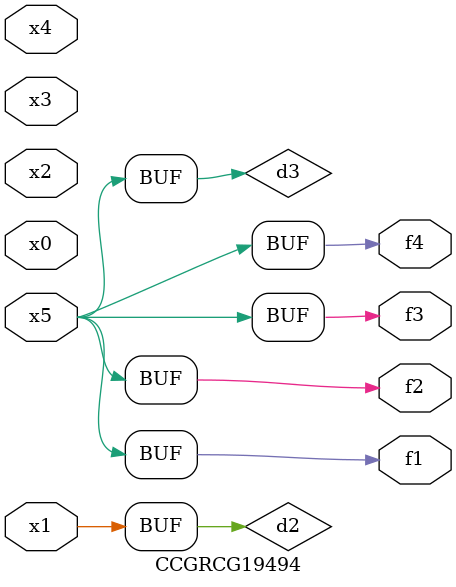
<source format=v>
module CCGRCG19494(
	input x0, x1, x2, x3, x4, x5,
	output f1, f2, f3, f4
);

	wire d1, d2, d3;

	not (d1, x5);
	or (d2, x1);
	xnor (d3, d1);
	assign f1 = d3;
	assign f2 = d3;
	assign f3 = d3;
	assign f4 = d3;
endmodule

</source>
